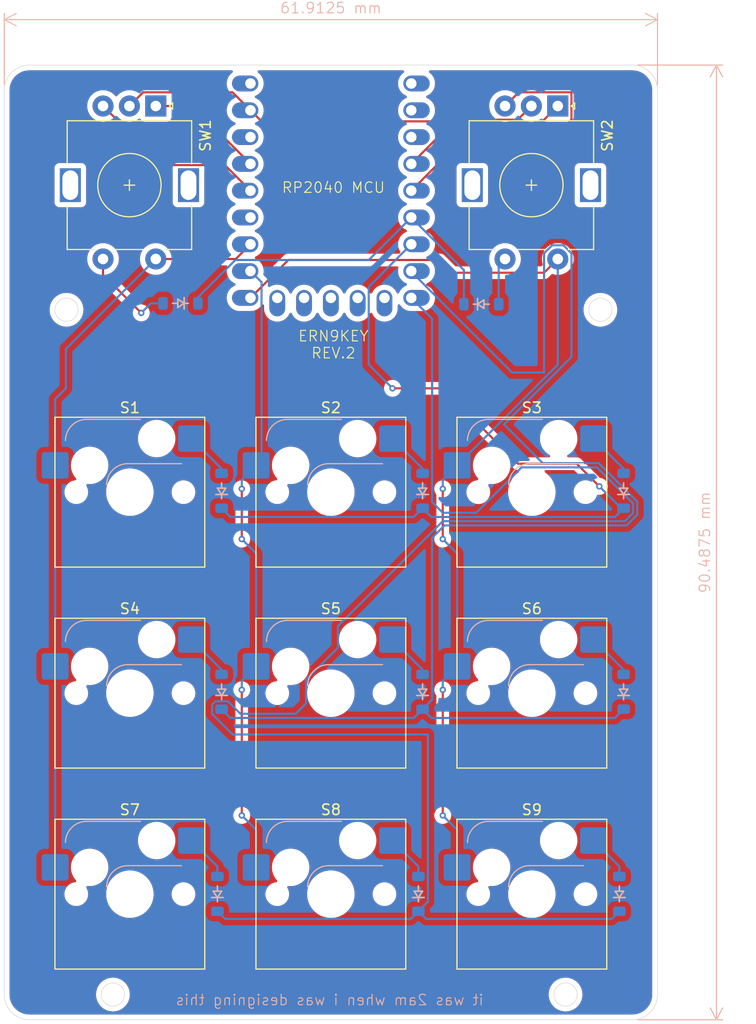
<source format=kicad_pcb>
(kicad_pcb (version 20240108) (generator "pcbnew") (generator_version "8.0")
  (layers (0 "F.Cu" signal) (31 "B.Cu" signal) (34 "B.Paste" user) (35 "F.Paste" user) (36 "B.SilkS" user "B.Silkscreen") (37 "F.SilkS" user "F.Silkscreen") (38 "B.Mask" user) (39 "F.Mask" user) (44 "Edge.Cuts" user))
  (net 0 "")
  (net 1 "ROW1")
  (net 2 "Net-(D1-A)")
  (net 3 "Net-(D2-A)")
  (net 4 "Net-(D3-A)")
  (net 5 "ROW2")
  (net 6 "Net-(D4-A)")
  (net 7 "Net-(D5-A)")
  (net 8 "Net-(D6-A)")
  (net 9 "ROW3")
  (net 10 "Net-(D7-A)")
  (net 11 "Net-(D8-A)")
  (net 12 "Net-(D9-A)")
  (net 13 "ROW0")
  (net 14 "Net-(D10-A)")
  (net 15 "Net-(D11-A)")
  (net 16 "COL0")
  (net 17 "COL1")
  (net 18 "COL2")
  (net 19 "GND")
  (net 20 "1A")
  (net 21 "1B")
  (net 22 "2B")
  (net 23 "2A")
  (footprint "ScottoKeebs_Hotswap:Hotswap_MX_1.00u" (layer "F.Cu") (at 151.16175 105.41)
    (property "Reference" "S5" (at 0 -8 0) (layer "F.SilkS"))
    (property "Value" "Keyswitch")
    (pad "" np_thru_hole circle (at -5.08 0) (size 1.75 1.75) (drill 1.75) (layers "*.Cu" "*.Mask"))
    (pad "" np_thru_hole circle (at -3.81 -2.54) (size 3.05 3.05) (drill 3.05) (layers "*.Cu" "*.Mask"))
    (pad "" np_thru_hole circle (at 0 0) (size 4 4) (drill 4) (layers "*.Cu" "*.Mask"))
    (pad "" np_thru_hole circle (at 2.54 -5.08) (size 3.05 3.05) (drill 3.05) (layers "*.Cu" "*.Mask"))
    (pad "" np_thru_hole circle (at 5.08 0) (size 1.75 1.75) (drill 1.75) (layers "*.Cu" "*.Mask"))
    (pad "1" smd roundrect (at -7.085 -2.54) (size 2.55 2.5) (layers "B.Cu" "B.Paste" "B.Mask") (roundrect_rratio 0.1) (net 17 "COL1"))
    (pad "2" smd roundrect (at 5.842 -5.08) (size 2.55 2.5) (layers "B.Cu" "B.Paste" "B.Mask") (roundrect_rratio 0.1) (net 7 "Net-(D5-A)"))
  )
  (footprint "ScottoKeebs_Hotswap:Hotswap_MX_1.00u" (layer "F.Cu") (at 151.16175 124.46)
    (property "Reference" "S8" (at 0 -8 0) (layer "F.SilkS"))
    (property "Value" "Keyswitch")
    (pad "" np_thru_hole circle (at -5.08 0) (size 1.75 1.75) (drill 1.75) (layers "*.Cu" "*.Mask"))
    (pad "" np_thru_hole circle (at -3.81 -2.54) (size 3.05 3.05) (drill 3.05) (layers "*.Cu" "*.Mask"))
    (pad "" np_thru_hole circle (at 0 0) (size 4 4) (drill 4) (layers "*.Cu" "*.Mask"))
    (pad "" np_thru_hole circle (at 2.54 -5.08) (size 3.05 3.05) (drill 3.05) (layers "*.Cu" "*.Mask"))
    (pad "" np_thru_hole circle (at 5.08 0) (size 1.75 1.75) (drill 1.75) (layers "*.Cu" "*.Mask"))
    (pad "1" smd roundrect (at -7.085 -2.54) (size 2.55 2.5) (layers "B.Cu" "B.Paste" "B.Mask") (roundrect_rratio 0.1) (net 17 "COL1"))
    (pad "2" smd roundrect (at 5.842 -5.08) (size 2.55 2.5) (layers "B.Cu" "B.Paste" "B.Mask") (roundrect_rratio 0.1) (net 11 "Net-(D8-A)"))
  )
  (footprint "ScottoKeebs_Hotswap:Hotswap_MX_1.00u" (layer "F.Cu") (at 132.11175 86.36)
    (property "Reference" "S1" (at 0 -8 0) (layer "F.SilkS"))
    (property "Value" "Keyswitch")
    (pad "" np_thru_hole circle (at -5.08 0) (size 1.75 1.75) (drill 1.75) (layers "*.Cu" "*.Mask"))
    (pad "" np_thru_hole circle (at -3.81 -2.54) (size 3.05 3.05) (drill 3.05) (layers "*.Cu" "*.Mask"))
    (pad "" np_thru_hole circle (at 0 0) (size 4 4) (drill 4) (layers "*.Cu" "*.Mask"))
    (pad "" np_thru_hole circle (at 2.54 -5.08) (size 3.05 3.05) (drill 3.05) (layers "*.Cu" "*.Mask"))
    (pad "" np_thru_hole circle (at 5.08 0) (size 1.75 1.75) (drill 1.75) (layers "*.Cu" "*.Mask"))
    (pad "1" smd roundrect (at -7.085 -2.54) (size 2.55 2.5) (layers "B.Cu" "B.Paste" "B.Mask") (roundrect_rratio 0.1) (net 16 "COL0"))
    (pad "2" smd roundrect (at 5.842 -5.08) (size 2.55 2.5) (layers "B.Cu" "B.Paste" "B.Mask") (roundrect_rratio 0.1) (net 2 "Net-(D1-A)"))
  )
  (footprint "ScottoKeebs_Hotswap:Hotswap_MX_1.00u" (layer "F.Cu") (at 170.21175 86.36)
    (property "Reference" "S3" (at 0 -8 0) (layer "F.SilkS"))
    (property "Value" "Keyswitch")
    (pad "" np_thru_hole circle (at -5.08 0) (size 1.75 1.75) (drill 1.75) (layers "*.Cu" "*.Mask"))
    (pad "" np_thru_hole circle (at -3.81 -2.54) (size 3.05 3.05) (drill 3.05) (layers "*.Cu" "*.Mask"))
    (pad "" np_thru_hole circle (at 0 0) (size 4 4) (drill 4) (layers "*.Cu" "*.Mask"))
    (pad "" np_thru_hole circle (at 2.54 -5.08) (size 3.05 3.05) (drill 3.05) (layers "*.Cu" "*.Mask"))
    (pad "" np_thru_hole circle (at 5.08 0) (size 1.75 1.75) (drill 1.75) (layers "*.Cu" "*.Mask"))
    (pad "1" smd roundrect (at -7.085 -2.54) (size 2.55 2.5) (layers "B.Cu" "B.Paste" "B.Mask") (roundrect_rratio 0.1) (net 18 "COL2"))
    (pad "2" smd roundrect (at 5.842 -5.08) (size 2.55 2.5) (layers "B.Cu" "B.Paste" "B.Mask") (roundrect_rratio 0.1) (net 4 "Net-(D3-A)"))
  )
  (footprint "ScottoKeebs_Hotswap:Hotswap_MX_1.00u" (layer "F.Cu") (at 132.11175 105.41)
    (property "Reference" "S4" (at 0 -8 0) (layer "F.SilkS"))
    (property "Value" "Keyswitch")
    (pad "" np_thru_hole circle (at -5.08 0) (size 1.75 1.75) (drill 1.75) (layers "*.Cu" "*.Mask"))
    (pad "" np_thru_hole circle (at -3.81 -2.54) (size 3.05 3.05) (drill 3.05) (layers "*.Cu" "*.Mask"))
    (pad "" np_thru_hole circle (at 0 0) (size 4 4) (drill 4) (layers "*.Cu" "*.Mask"))
    (pad "" np_thru_hole circle (at 2.54 -5.08) (size 3.05 3.05) (drill 3.05) (layers "*.Cu" "*.Mask"))
    (pad "" np_thru_hole circle (at 5.08 0) (size 1.75 1.75) (drill 1.75) (layers "*.Cu" "*.Mask"))
    (pad "1" smd roundrect (at -7.085 -2.54) (size 2.55 2.5) (layers "B.Cu" "B.Paste" "B.Mask") (roundrect_rratio 0.1) (net 16 "COL0"))
    (pad "2" smd roundrect (at 5.842 -5.08) (size 2.55 2.5) (layers "B.Cu" "B.Paste" "B.Mask") (roundrect_rratio 0.1) (net 6 "Net-(D4-A)"))
  )
  (footprint "Rotary_Encoder:RotaryEncoder_Alps_EC11E-Switch_Vertical_H20mm" (layer "F.Cu") (at 134.568 49.76 -90)
    (property "Reference" "SW1" (at 2.8 -4.7 90) (layer "F.SilkS"))
    (property "Value" "RotaryEncoder_Switch" (hide yes))
    (pad "A" thru_hole rect (at 0 0 270) (size 2 2) (drill 1) (layers "*.Cu" "*.Mask") (net 20 "1A"))
    (pad "B" thru_hole circle (at 0 5 270) (size 2 2) (drill 1) (layers "*.Cu" "*.Mask") (net 21 "1B"))
    (pad "C" thru_hole circle (at 0 2.5 270) (size 2 2) (drill 1) (layers "*.Cu" "*.Mask") (net 19 "GND"))
    (pad "MP" thru_hole rect (at 7.5 -3.1 270) (size 3.2 2) (drill oval 2.8 1.5) (layers "*.Cu" "*.Mask"))
    (pad "MP" thru_hole rect (at 7.5 8.1 270) (size 3.2 2) (drill oval 2.8 1.5) (layers "*.Cu" "*.Mask"))
    (pad "S1" thru_hole circle (at 14.5 5 270) (size 2 2) (drill 1) (layers "*.Cu" "*.Mask") (net 15 "Net-(D11-A)"))
    (pad "S2" thru_hole circle (at 14.5 0 270) (size 2 2) (drill 1) (layers "*.Cu" "*.Mask") (net 16 "COL0"))
  )
  (footprint "ScottoKeebs_MCU:RP2040_Zero" (layer "F.Cu") (at 151.16175 57.785)
    (property "Reference" "U1" (hide yes))
    (property "Value" "RP2040_Zero" (hide yes))
    (pad "1" thru_hole oval (at 7.62 -10.16 180) (size 2.5 1.5) (drill 1 (offset -0.5 0)) (layers "*.Cu" "*.Mask"))
    (pad "2" thru_hole oval (at 7.62 -7.62 180) (size 2.5 1.5) (drill 1 (offset -0.5 0)) (layers "*.Cu" "*.Mask"))
    (pad "3" thru_hole oval (at 7.62 -5.08 180) (size 2.5 1.5) (drill 1 (offset -0.5 0)) (layers "*.Cu" "*.Mask"))
    (pad "4" thru_hole oval (at 7.62 -2.54 180) (size 2.5 1.5) (drill 1 (offset -0.5 0)) (layers "*.Cu" "*.Mask") (net 23 "2A"))
    (pad "5" thru_hole oval (at 7.62 0 180) (size 2.5 1.5) (drill 1 (offset -0.5 0)) (layers "*.Cu" "*.Mask") (net 22 "2B"))
    (pad "6" thru_hole oval (at 7.62 2.54 180) (size 2.5 1.5) (drill 1 (offset -0.5 0)) (layers "*.Cu" "*.Mask") (net 13 "ROW0"))
    (pad "7" thru_hole oval (at 7.62 5.08 180) (size 2.5 1.5) (drill 1 (offset -0.5 0)) (layers "*.Cu" "*.Mask") (net 1 "ROW1"))
    (pad "8" thru_hole oval (at 7.62 7.62 180) (size 2.5 1.5) (drill 1 (offset -0.5 0)) (layers "*.Cu" "*.Mask") (net 5 "ROW2"))
    (pad "9" thru_hole oval (at 7.62 10.16 180) (size 2.5 1.5) (drill 1 (offset -0.5 0)) (layers "*.Cu" "*.Mask") (net 9 "ROW3"))
    (pad "10" thru_hole oval (at 5.08 10.16 90) (size 2.5 1.5) (drill 1 (offset -0.5 0)) (layers "*.Cu" "*.Mask"))
    (pad "11" thru_hole oval (at 2.54 10.16 90) (size 2.5 1.5) (drill 1 (offset -0.5 0)) (layers "*.Cu" "*.Mask"))
    (pad "12" thru_hole oval (at 0 10.16 90) (size 2.5 1.5) (drill 1 (offset -0.5 0)) (layers "*.Cu" "*.Mask"))
    (pad "13" thru_hole oval (at -2.54 10.16 90) (size 2.5 1.5) (drill 1 (offset -0.5 0)) (layers "*.Cu" "*.Mask"))
    (pad "14" thru_hole oval (at -5.08 10.16 90) (size 2.5 1.5) (drill 1 (offset -0.5 0)) (layers "*.Cu" "*.Mask"))
    (pad "15" thru_hole oval (at -7.62 10.16) (size 2.5 1.5) (drill 1 (offset -0.5 0)) (layers "*.Cu" "*.Mask") (net 18 "COL2"))
    (pad "16" thru_hole oval (at -7.62 7.62) (size 2.5 1.5) (drill 1 (offset -0.5 0)) (layers "*.Cu" "*.Mask") (net 17 "COL1"))
    (pad "17" thru_hole oval (at -7.62 5.08) (size 2.5 1.5) (drill 1 (offset -0.5 0)) (layers "*.Cu" "*.Mask") (net 16 "COL0"))
    (pad "18" thru_hole oval (at -7.62 2.54) (size 2.5 1.5) (drill 1 (offset -0.5 0)) (layers "*.Cu" "*.Mask"))
    (pad "19" thru_hole oval (at -7.62 0) (size 2.5 1.5) (drill 1 (offset -0.5 0)) (layers "*.Cu" "*.Mask") (net 21 "1B"))
    (pad "20" thru_hole oval (at -7.62 -2.54) (size 2.5 1.5) (drill 1 (offset -0.5 0)) (layers "*.Cu" "*.Mask") (net 20 "1A"))
    (pad "21" thru_hole oval (at -7.62 -5.08) (size 2.5 1.5) (drill 1 (offset -0.5 0)) (layers "*.Cu" "*.Mask"))
    (pad "22" thru_hole oval (at -7.62 -7.62) (size 2.5 1.5) (drill 1 (offset -0.5 0)) (layers "*.Cu" "*.Mask") (net 19 "GND"))
    (pad "23" thru_hole oval (at -7.62 -10.16) (size 2.5 1.5) (drill 1 (offset -0.5 0)) (layers "*.Cu" "*.Mask"))
  )
  (footprint "Rotary_Encoder:RotaryEncoder_Alps_EC11E-Switch_Vertical_H20mm" (layer "F.Cu") (at 172.668 49.76 -90)
    (property "Reference" "SW2" (at 2.8 -4.7 90) (layer "F.SilkS"))
    (property "Value" "RotaryEncoder_Switch" (hide yes))
    (pad "A" thru_hole rect (at 0 0 270) (size 2 2) (drill 1) (layers "*.Cu" "*.Mask") (net 23 "2A"))
    (pad "B" thru_hole circle (at 0 5 270) (size 2 2) (drill 1) (layers "*.Cu" "*.Mask") (net 22 "2B"))
    (pad "C" thru_hole circle (at 0 2.5 270) (size 2 2) (drill 1) (layers "*.Cu" "*.Mask") (net 19 "GND"))
    (pad "MP" thru_hole rect (at 7.5 -3.1 270) (size 3.2 2) (drill oval 2.8 1.5) (layers "*.Cu" "*.Mask"))
    (pad "MP" thru_hole rect (at 7.5 8.1 270) (size 3.2 2) (drill oval 2.8 1.5) (layers "*.Cu" "*.Mask"))
    (pad "S1" thru_hole circle (at 14.5 5 270) (size 2 2) (drill 1) (layers "*.Cu" "*.Mask") (net 14 "Net-(D10-A)"))
    (pad "S2" thru_hole circle (at 14.5 0 270) (size 2 2) (drill 1) (layers "*.Cu" "*.Mask") (net 18 "COL2"))
  )
  (footprint "ScottoKeebs_Hotswap:Hotswap_MX_1.00u" (layer "F.Cu") (at 170.21175 105.41)
    (property "Reference" "S6" (at 0 -8 0) (layer "F.SilkS"))
    (property "Value" "Keyswitch")
    (pad "" np_thru_hole circle (at -5.08 0) (size 1.75 1.75) (drill 1.75) (layers "*.Cu" "*.Mask"))
    (pad "" np_thru_hole circle (at -3.81 -2.54) (size 3.05 3.05) (drill 3.05) (layers "*.Cu" "*.Mask"))
    (pad "" np_thru_hole circle (at 0 0) (size 4 4) (drill 4) (layers "*.Cu" "*.Mask"))
    (pad "" np_thru_hole circle (at 2.54 -5.08) (size 3.05 3.05) (drill 3.05) (layers "*.Cu" "*.Mask"))
    (pad "" np_thru_hole circle (at 5.08 0) (size 1.75 1.75) (drill 1.75) (layers "*.Cu" "*.Mask"))
    (pad "1" smd roundrect (at -7.085 -2.54) (size 2.55 2.5) (layers "B.Cu" "B.Paste" "B.Mask") (roundrect_rratio 0.1) (net 18 "COL2"))
    (pad "2" smd roundrect (at 5.842 -5.08) (size 2.55 2.5) (layers "B.Cu" "B.Paste" "B.Mask") (roundrect_rratio 0.1) (net 8 "Net-(D6-A)"))
  )
  (footprint "ScottoKeebs_Hotswap:Hotswap_MX_1.00u" (layer "F.Cu") (at 132.11175 124.46)
    (property "Reference" "S7" (at 0 -8 0) (layer "F.SilkS"))
    (property "Value" "Keyswitch")
    (pad "" np_thru_hole circle (at -5.08 0) (size 1.75 1.75) (drill 1.75) (layers "*.Cu" "*.Mask"))
    (pad "" np_thru_hole circle (at -3.81 -2.54) (size 3.05 3.05) (drill 3.05) (layers "*.Cu" "*.Mask"))
    (pad "" np_thru_hole circle (at 0 0) (size 4 4) (drill 4) (layers "*.Cu" "*.Mask"))
    (pad "" np_thru_hole circle (at 2.54 -5.08) (size 3.05 3.05) (drill 3.05) (layers "*.Cu" "*.Mask"))
    (pad "" np_thru_hole circle (at 5.08 0) (size 1.75 1.75) (drill 1.75) (layers "*.Cu" "*.Mask"))
    (pad "1" smd roundrect (at -7.085 -2.54) (size 2.55 2.5) (layers "B.Cu" "B.Paste" "B.Mask") (roundrect_rratio 0.1) (net 16 "COL0"))
    (pad "2" smd roundrect (at 5.842 -5.08) (size 2.55 2.5) (layers "B.Cu" "B.Paste" "B.Mask") (roundrect_rratio 0.1) (net 10 "Net-(D7-A)"))
  )
  (footprint "ScottoKeebs_Hotswap:Hotswap_MX_1.00u" (layer "F.Cu") (at 151.16175 86.36)
    (property "Reference" "S2" (at 0 -8 0) (layer "F.SilkS"))
    (property "Value" "Keyswitch")
    (pad "" np_thru_hole circle (at -5.08 0) (size 1.75 1.75) (drill 1.75) (layers "*.Cu" "*.Mask"))
    (pad "" np_thru_hole circle (at -3.81 -2.54) (size 3.05 3.05) (drill 3.05) (layers "*.Cu" "*.Mask"))
    (pad "" np_thru_hole circle (at 0 0) (size 4 4) (drill 4) (layers "*.Cu" "*.Mask"))
    (pad "" np_thru_hole circle (at 2.54 -5.08) (size 3.05 3.05) (drill 3.05) (layers "*.Cu" "*.Mask"))
    (pad "" np_thru_hole circle (at 5.08 0) (size 1.75 1.75) (drill 1.75) (layers "*.Cu" "*.Mask"))
    (pad "1" smd roundrect (at -7.085 -2.54) (size 2.55 2.5) (layers "B.Cu" "B.Paste" "B.Mask") (roundrect_rratio 0.1) (net 17 "COL1"))
    (pad "2" smd roundrect (at 5.842 -5.08) (size 2.55 2.5) (layers "B.Cu" "B.Paste" "B.Mask") (roundrect_rratio 0.1) (net 3 "Net-(D2-A)"))
  )
  (footprint "ScottoKeebs_Hotswap:Hotswap_MX_1.00u" (layer "F.Cu") (at 170.21175 124.46)
    (property "Reference" "S9" (at 0 -8 0) (layer "F.SilkS"))
    (property "Value" "Keyswitch")
    (pad "" np_thru_hole circle (at -5.08 0) (size 1.75 1.75) (drill 1.75) (layers "*.Cu" "*.Mask"))
    (pad "" np_thru_hole circle (at -3.81 -2.54) (size 3.05 3.05) (drill 3.05) (layers "*.Cu" "*.Mask"))
    (pad "" np_thru_hole circle (at 0 0) (size 4 4) (drill 4) (layers "*.Cu" "*.Mask"))
    (pad "" np_thru_hole circle (at 2.54 -5.08) (size 3.05 3.05) (drill 3.05) (layers "*.Cu" "*.Mask"))
    (pad "" np_thru_hole circle (at 5.08 0) (size 1.75 1.75) (drill 1.75) (layers "*.Cu" "*.Mask"))
    (pad "1" smd roundrect (at -7.085 -2.54) (size 2.55 2.5) (layers "B.Cu" "B.Paste" "B.Mask") (roundrect_rratio 0.1) (net 18 "COL2"))
    (pad "2" smd roundrect (at 5.842 -5.08) (size 2.55 2.5) (layers "B.Cu" "B.Paste" "B.Mask") (roundrect_rratio 0.1) (net 12 "Net-(D9-A)"))
  )
  (footprint "ScottoKeebs_Components:Diode_SOD-123" (layer "B.Cu") (at 159.8555 105.27875 90)
    (property "Reference" "D5" (hide yes))
    (property "Value" "Diode")
    (pad "1" smd roundrect (at -1.65 0 90) (size 0.9 1.2) (layers "B.Cu" "B.Paste" "B.Mask") (net 5 "ROW2"))
    (pad "2" smd roundrect (at 1.65 0 90) (size 0.9 1.2) (layers "B.Cu" "B.Paste" "B.Mask") (net 7 "Net-(D5-A)"))
  )
  (footprint "ScottoKeebs_Components:Diode_SOD-123" (layer "B.Cu") (at 140.8055 105.27875 90)
    (property "Reference" "D4" (hide yes))
    (property "Value" "Diode")
    (pad "1" smd roundrect (at -1.65 0 90) (size 0.9 1.2) (layers "B.Cu" "B.Paste" "B.Mask") (net 5 "ROW2"))
    (pad "2" smd roundrect (at 1.65 0 90) (size 0.9 1.2) (layers "B.Cu" "B.Paste" "B.Mask") (net 6 "Net-(D4-A)"))
  )
  (footprint "ScottoKeebs_Components:Diode_SOD-123" (layer "B.Cu") (at 136.9055 68.46 180)
    (property "Reference" "D11" (hide yes))
    (property "Value" "Diode")
    (pad "1" smd roundrect (at -1.65 0 180) (size 0.9 1.2) (layers "B.Cu" "B.Paste" "B.Mask") (net 13 "ROW0"))
    (pad "2" smd roundrect (at 1.65 0 180) (size 0.9 1.2) (layers "B.Cu" "B.Paste" "B.Mask") (net 15 "Net-(D11-A)"))
  )
  (footprint "ScottoKeebs_Components:Diode_SOD-123" (layer "B.Cu") (at 159.8555 86.22875 90)
    (property "Reference" "D2" (hide yes))
    (property "Value" "Diode")
    (pad "1" smd roundrect (at -1.65 0 90) (size 0.9 1.2) (layers "B.Cu" "B.Paste" "B.Mask") (net 1 "ROW1"))
    (pad "2" smd roundrect (at 1.65 0 90) (size 0.9 1.2) (layers "B.Cu" "B.Paste" "B.Mask") (net 3 "Net-(D2-A)"))
  )
  (footprint "ScottoKeebs_Components:Diode_SOD-123" (layer "B.Cu") (at 140.4055 124.42875 90)
    (property "Reference" "D7" (hide yes))
    (property "Value" "Diode")
    (pad "1" smd roundrect (at -1.65 0 90) (size 0.9 1.2) (layers "B.Cu" "B.Paste" "B.Mask") (net 9 "ROW3"))
    (pad "2" smd roundrect (at 1.65 0 90) (size 0.9 1.2) (layers "B.Cu" "B.Paste" "B.Mask") (net 10 "Net-(D7-A)"))
  )
  (footprint "ScottoKeebs_Components:Diode_SOD-123" (layer "B.Cu") (at 178.9055 86.22875 90)
    (property "Reference" "D3" (hide yes))
    (property "Value" "Diode")
    (pad "1" smd roundrect (at -1.65 0 90) (size 0.9 1.2) (layers "B.Cu" "B.Paste" "B.Mask") (net 1 "ROW1"))
    (pad "2" smd roundrect (at 1.65 0 90) (size 0.9 1.2) (layers "B.Cu" "B.Paste" "B.Mask") (net 4 "Net-(D3-A)"))
  )
  (footprint "ScottoKeebs_Components:Diode_SOD-123" (layer "B.Cu") (at 178.5055 124.42875 90)
    (property "Reference" "D9" (hide yes))
    (property "Value" "Diode")
    (pad "1" smd roundrect (at -1.65 0 90) (size 0.9 1.2) (layers "B.Cu" "B.Paste" "B.Mask") (net 9 "ROW3"))
    (pad "2" smd roundrect (at 1.65 0 90) (size 0.9 1.2) (layers "B.Cu" "B.Paste" "B.Mask") (net 12 "Net-(D9-A)"))
  )
  (footprint "ScottoKeebs_Components:Diode_SOD-123" (layer "B.Cu") (at 178.9055 105.27875 90)
    (property "Reference" "D6" (hide yes))
    (property "Value" "Diode")
    (pad "1" smd roundrect (at -1.65 0 90) (size 0.9 1.2) (layers "B.Cu" "B.Paste" "B.Mask") (net 5 "ROW2"))
    (pad "2" smd roundrect (at 1.65 0 90) (size 0.9 1.2) (layers "B.Cu" "B.Paste" "B.Mask") (net 8 "Net-(D6-A)"))
  )
  (footprint "ScottoKeebs_Components:Diode_SOD-123" (layer "B.Cu") (at 140.8055 86.22875 90)
    (property "Reference" "D1" (hide yes))
    (property "Value" "Diode")
    (pad "1" smd roundrect (at -1.65 0 90) (size 0.9 1.2) (layers "B.Cu" "B.Paste" "B.Mask") (net 1 "ROW1"))
    (pad "2" smd roundrect (at 1.65 0 90) (size 0.9 1.2) (layers "B.Cu" "B.Paste" "B.Mask") (net 2 "Net-(D1-A)"))
  )
  (footprint "ScottoKeebs_Components:Diode_SOD-123" (layer "B.Cu") (at 159.4555 124.42875 90)
    (property "Reference" "D8" (hide yes))
    (property "Value" "Diode")
    (pad "1" smd roundrect (at -1.65 0 90) (size 0.9 1.2) (layers "B.Cu" "B.Paste" "B.Mask") (net 9 "ROW3"))
    (pad "2" smd roundrect (at 1.65 0 90) (size 0.9 1.2) (layers "B.Cu" "B.Paste" "B.Mask") (net 11 "Net-(D8-A)"))
  )
  (footprint "ScottoKeebs_Components:Diode_SOD-123" (layer "B.Cu") (at 165.418 68.54125)
    (property "Reference" "D10" (hide yes))
    (property "Value" "Diode")
    (pad "1" smd roundrect (at -1.65 0) (size 0.9 1.2) (layers "B.Cu" "B.Paste" "B.Mask") (net 13 "ROW0"))
    (pad "2" smd roundrect (at 1.65 0) (size 0.9 1.2) (layers "B.Cu" "B.Paste" "B.Mask") (net 14 "Net-(D10-A)"))
  )
  (gr_circle (center 126.1055 69.0725) (end 127.2055 69.0725) (stroke (width 0.05)) (fill none) (layer "Edge.Cuts"))
  (gr_line (start 179.73675 45.87875) (end 122.58675 45.87875) (stroke (width 0.05)) (layer "Edge.Cuts"))
  (gr_arc (start 179.73675 45.87875) (mid 181.420548 46.576202) (end 182.118 48.26) (stroke (width 0.05)) (layer "Edge.Cuts"))
  (gr_circle (center 130.5055 133.9725) (end 131.6055 133.9725) (stroke (width 0.05)) (fill none) (layer "Edge.Cuts"))
  (gr_circle (center 173.4055 133.9725) (end 174.5055 133.9725) (stroke (width 0.05)) (fill none) (layer "Edge.Cuts"))
  (gr_arc (start 122.58675 136.36625) (mid 120.902952 135.668798) (end 120.2055 133.985) (stroke (width 0.05)) (layer "Edge.Cuts"))
  (gr_arc (start 120.2055 48.26) (mid 120.902952 46.576202) (end 122.58675 45.87875) (stroke (width 0.05)) (layer "Edge.Cuts"))
  (gr_circle (center 176.7055 69.0725) (end 177.8055 69.0725) (stroke (width 0.05)) (fill none) (layer "Edge.Cuts"))
  (gr_line (start 120.2055 48.26) (end 120.2055 133.985) (stroke (width 0.05)) (layer "Edge.Cuts"))
  (gr_line (start 182.118 133.985) (end 182.118 48.26) (stroke (width 0.05)) (layer "Edge.Cuts"))
  (gr_arc (start 182.118 133.985) (mid 181.420548 135.668798) (end 179.73675 136.36625) (stroke (width 0.05)) (layer "Edge.Cuts"))
  (gr_line (start 122.58675 136.36625) (end 179.73675 136.36625) (stroke (width 0.05)) (layer "Edge.Cuts"))
  (gr_text "it was 2am when i was designing this" (at 165.7055 135.0725 0) (layer "B.SilkS") (effects (font (size 1 1) (thickness 0.1)) (justify left bottom mirror)))
  (gr_text "RP2040 MCU" (at 151.4055 58.0725 0) (layer "F.SilkS") (effects (font (size 1 1) (thickness 0.1)) (justify bottom)))
  (gr_text "ERN9KEY\nREV.2" (at 151.4055 72.3725 0) (layer "F.SilkS") (effects (font (size 1 1) (thickness 0.1))))
  (dimension (type aligned) (layer "B.SilkS") (pts (xy 179.73675 136.36625) (xy 179.73675 45.87875)) (height 7.96875) (gr_text "90.4875 mm" (at 186.6055 91.1225 90) (layer "B.SilkS") (effects (font (size 1 1) (thickness 0.1)))) (format (prefix "") (suffix "") (units 3) (units_format 1) (precision 4)) (style (thickness 0.1) (arrow_length 1.27) (text_position_mode 0) (extension_height 0.58642) (extension_offset 0.5) keep_text_aligned))
  (dimension (type aligned) (layer "B.SilkS") (pts (xy 120.2055 48.26) (xy 182.118 48.26)) (height -6.6875) (gr_text "61.9125 mm" (at 151.16175 40.4725 0) (layer "B.SilkS") (effects (font (size 1 1) (thickness 0.1)))) (format (prefix "") (suffix "") (units 3) (units_format 1) (precision 4)) (style (thickness 0.1) (arrow_length 1.27) (text_position_mode 0) (extension_height 0.58642) (extension_offset 0.5) keep_text_aligned))
  (segment (start 168.89465 83.66125) (end 174.456462 83.66125) (width 0.2) (layer "F.Cu") (net 1))
  (segment (start 174.456462 83.66125) (end 176.607135 85.811923) (width 0.2) (layer "F.Cu") (net 1))
  (segment (start 161.7509 76.5175) (end 168.89465 83.66125) (width 0.2) (layer "F.Cu") (net 1))
  (segment (start 157.00375 76.5175) (end 161.7509 76.5175) (width 0.2) (layer "F.Cu") (net 1))
  (via (at 157.00375 76.5175) (size 0.6) (drill 0.3) (layers "F.Cu" "B.Cu") (net 1))
  (via (at 176.607135 85.811923) (size 0.6) (drill 0.3) (layers "F.Cu" "B.Cu") (net 1))
  (segment (start 158.78175 62.865) (end 154.75175 66.895) (width 0.2) (layer "B.Cu") (net 1))
  (segment (start 160.68675 88.71) (end 178.07425 88.71) (width 0.2) (layer "B.Cu") (net 1))
  (segment (start 178.07425 88.71) (end 178.9055 87.87875) (width 0.2) (layer "B.Cu") (net 1))
  (segment (start 140.8055 87.87875) (end 141.63675 88.71) (width 0.2) (layer "B.Cu") (net 1))
  (segment (start 159.8555 87.87875) (end 160.68675 88.71) (width 0.2) (layer "B.Cu") (net 1))
  (segment (start 178.673962 87.87875) (end 178.9055 87.87875) (width 0.2) (layer "B.Cu") (net 1))
  (segment (start 176.607135 85.811923) (end 178.673962 87.87875) (width 0.2) (layer "B.Cu") (net 1))
  (segment (start 154.75175 66.895) (end 154.75175 74.2655) (width 0.2) (layer "B.Cu") (net 1))
  (segment (start 159.02425 88.71) (end 159.8555 87.87875) (width 0.2) (layer "B.Cu") (net 1))
  (segment (start 154.75175 74.2655) (end 157.00375 76.5175) (width 0.2) (layer "B.Cu") (net 1))
  (segment (start 141.63675 88.71) (end 159.02425 88.71) (width 0.2) (layer "B.Cu") (net 1))
  (segment (start 140.8055 84.13175) (end 140.8055 84.57875) (width 0.2) (layer "B.Cu") (net 2))
  (segment (start 137.95375 81.28) (end 140.8055 84.13175) (width 0.2) (layer "B.Cu") (net 2))
  (segment (start 159.8555 84.13175) (end 159.8555 84.57875) (width 0.2) (layer "B.Cu") (net 3))
  (segment (start 157.00375 81.28) (end 159.8555 84.13175) (width 0.2) (layer "B.Cu") (net 3))
  (segment (start 178.9055 84.13175) (end 178.9055 84.57875) (width 0.2) (layer "B.Cu") (net 4))
  (segment (start 176.05375 81.28) (end 178.9055 84.13175) (width 0.2) (layer "B.Cu") (net 4))
  (segment (start 161.931936 89.51) (end 179.188632 89.51) (width 0.2) (layer "B.Cu") (net 5))
  (segment (start 160.7555 106.02875) (end 160.7555 90.686436) (width 0.2) (layer "B.Cu") (net 5))
  (segment (start 159.34775 107.4365) (end 159.8555 106.92875) (width 0.2) (layer "B.Cu") (net 5))
  (segment (start 167.571218 79.941218) (end 173.968 73.544436) (width 0.2) (layer "B.Cu") (net 5))
  (segment (start 141.63675 107.76) (end 159.02425 107.76) (width 0.2) (layer "B.Cu") (net 5))
  (segment (start 176.551131 83.61) (end 171.24 83.61) (width 0.2) (layer "B.Cu") (net 5))
  (segment (start 179.188632 89.51) (end 180.2055 88.493131) (width 0.2) (layer "B.Cu") (net 5))
  (segment (start 173.968 63.721522) (end 173.206478 62.96) (width 0.2) (layer "B.Cu") (net 5))
  (segment (start 159.8555 106.92875) (end 160.68675 107.76) (width 0.2) (layer "B.Cu") (net 5))
  (segment (start 158.726674 65.405) (end 158.78175 65.405) (width 0.2) (layer "B.Cu") (net 5))
  (segment (start 172.129522 62.96) (end 171.368 63.721522) (width 0.2) (layer "B.Cu") (net 5))
  (segment (start 168.334738 75.013064) (end 158.726674 65.405) (width 0.2) (layer "B.Cu") (net 5))
  (segment (start 160.7555 90.686436) (end 161.931936 89.51) (width 0.2) (layer "B.Cu") (net 5))
  (segment (start 180.2055 87.264368) (end 176.551131 83.61) (width 0.2) (layer "B.Cu") (net 5))
  (segment (start 178.07425 107.76) (end 178.9055 106.92875) (width 0.2) (layer "B.Cu") (net 5))
  (segment (start 171.24 83.61) (end 167.571218 79.941218) (width 0.2) (layer "B.Cu") (net 5))
  (segment (start 171.368 63.721522) (end 171.368 75.013064) (width 0.2) (layer "B.Cu") (net 5))
  (segment (start 173.968 73.544436) (end 173.968 63.721522) (width 0.2) (layer "B.Cu") (net 5))
  (segment (start 159.34775 107.4365) (end 160.7555 106.02875) (width 0.2) (layer "B.Cu") (net 5))
  (segment (start 173.206478 62.96) (end 172.129522 62.96) (width 0.2) (layer "B.Cu") (net 5))
  (segment (start 159.02425 107.76) (end 159.34775 107.4365) (width 0.2) (layer "B.Cu") (net 5))
  (segment (start 160.68675 107.76) (end 178.07425 107.76) (width 0.2) (layer "B.Cu") (net 5))
  (segment (start 140.8055 106.92875) (end 141.63675 107.76) (width 0.2) (layer "B.Cu") (net 5))
  (segment (start 171.368 75.013064) (end 168.334738 75.013064) (width 0.2) (layer "B.Cu") (net 5))
  (segment (start 180.2055 88.493131) (end 180.2055 87.264368) (width 0.2) (layer "B.Cu") (net 5))
  (segment (start 137.95375 100.33) (end 140.8055 103.18175) (width 0.2) (layer "B.Cu") (net 6))
  (segment (start 140.8055 103.18175) (end 140.8055 103.62875) (width 0.2) (layer "B.Cu") (net 6))
  (segment (start 157.00375 100.33) (end 159.8555 103.18175) (width 0.2) (layer "B.Cu") (net 7))
  (segment (start 159.8555 103.18175) (end 159.8555 103.62875) (width 0.2) (layer "B.Cu") (net 7))
  (segment (start 176.05375 100.33) (end 178.9055 103.18175) (width 0.2) (layer "B.Cu") (net 8))
  (segment (start 178.9055 103.18175) (end 178.9055 103.62875) (width 0.2) (layer "B.Cu") (net 8))
  (segment (start 160.18675 126.81) (end 177.77425 126.81) (width 0.2) (layer "B.Cu") (net 9))
  (segment (start 160.3555 125.17875) (end 160.3555 109.325565) (width 0.2) (layer "B.Cu") (net 9))
  (segment (start 142.585446 107.36) (end 147.835152 107.36) (width 0.2) (layer "B.Cu") (net 9))
  (segment (start 159.4555 126.07875) (end 160.18675 126.81) (width 0.2) (layer "B.Cu") (net 9))
  (segment (start 151.82675 99.0495) (end 161.76625 89.11) (width 0.2) (layer "B.Cu") (net 9))
  (segment (start 141.13675 126.81) (end 158.72425 126.81) (width 0.2) (layer "B.Cu") (net 9))
  (segment (start 160.7555 69.91875) (end 158.78175 67.945) (width 0.2) (layer "B.Cu") (net 9))
  (segment (start 179.8055 87.430054) (end 176.385446 84.01) (width 0.2) (layer "B.Cu") (net 9))
  (segment (start 140.4055 126.07875) (end 141.13675 126.81) (width 0.2) (layer "B.Cu") (net 9))
  (segment (start 139.9055 106.480054) (end 140.206804 106.17875) (width 0.2) (layer "B.Cu") (net 9))
  (segment (start 147.835152 107.36) (end 148.81175 106.383402) (width 0.2) (layer "B.Cu") (net 9))
  (segment (start 139.9055 107.377446) (end 139.9055 106.480054) (width 0.2) (layer "B.Cu") (net 9))
  (segment (start 161.76625 88.31) (end 160.7555 87.29925) (width 0.2) (layer "B.Cu") (net 9))
  (segment (start 140.206804 106.17875) (end 141.404196 106.17875) (width 0.2) (layer "B.Cu") (net 9))
  (segment (start 148.81175 104.12165) (end 151.82675 101.10665) (width 0.2) (layer "B.Cu") (net 9))
  (segment (start 158.72425 126.81) (end 159.4555 126.07875) (width 0.2) (layer "B.Cu") (net 9))
  (segment (start 160.7555 87.29925) (end 160.7555 69.91875) (width 0.2) (layer "B.Cu") (net 9))
  (segment (start 177.77425 126.81) (end 178.5055 126.07875) (width 0.2) (layer "B.Cu") (net 9))
  (segment (start 164.938348 88.31) (end 161.76625 88.31) (width 0.2) (layer "B.Cu") (net 9))
  (segment (start 159.4555 126.07875) (end 160.3555 125.17875) (width 0.2) (layer "B.Cu") (net 9))
  (segment (start 161.76625 89.11) (end 179.022946 89.11) (width 0.2) (layer "B.Cu") (net 9))
  (segment (start 179.022946 89.11) (end 179.8055 88.327446) (width 0.2) (layer "B.Cu") (net 9))
  (segment (start 151.82675 101.10665) (end 151.82675 99.0495) (width 0.2) (layer "B.Cu") (net 9))
  (segment (start 176.385446 84.01) (end 169.238348 84.01) (width 0.2) (layer "B.Cu") (net 9))
  (segment (start 160.3555 109.325565) (end 141.853619 109.325565) (width 0.2) (layer "B.Cu") (net 9))
  (segment (start 141.853619 109.325565) (end 139.9055 107.377446) (width 0.2) (layer "B.Cu") (net 9))
  (segment (start 169.238348 84.01) (end 164.938348 88.31) (width 0.2) (layer "B.Cu") (net 9))
  (segment (start 141.404196 106.17875) (end 142.585446 107.36) (width 0.2) (layer "B.Cu") (net 9))
  (segment (start 148.81175 106.383402) (end 148.81175 104.12165) (width 0.2) (layer "B.Cu") (net 9))
  (segment (start 179.8055 88.327446) (end 179.8055 87.430054) (width 0.2) (layer "B.Cu") (net 9))
  (segment (start 140.4055 121.83175) (end 140.4055 122.77875) (width 0.2) (layer "B.Cu") (net 10))
  (segment (start 137.95375 119.38) (end 140.4055 121.83175) (width 0.2) (layer "B.Cu") (net 10))
  (segment (start 159.4555 121.83175) (end 159.4555 122.77875) (width 0.2) (layer "B.Cu") (net 11))
  (segment (start 157.00375 119.38) (end 159.4555 121.83175) (width 0.2) (layer "B.Cu") (net 11))
  (segment (start 176.05375 119.38) (end 178.5055 121.83175) (width 0.2) (layer "B.Cu") (net 12))
  (segment (start 178.5055 121.83175) (end 178.5055 122.77875) (width 0.2) (layer "B.Cu") (net 12))
  (segment (start 142.106826 64.355) (end 138.5555 67.906326) (width 0.2) (layer "B.Cu") (net 13))
  (segment (start 158.78175 60.325) (end 154.75175 64.355) (width 0.2) (layer "B.Cu") (net 13))
  (segment (start 163.768 68.54125) (end 163.768 65.31125) (width 0.2) (layer "B.Cu") (net 13))
  (segment (start 163.768 65.31125) (end 158.78175 60.325) (width 0.2) (layer "B.Cu") (net 13))
  (segment (start 154.75175 64.355) (end 142.106826 64.355) (width 0.2) (layer "B.Cu") (net 13))
  (segment (start 138.5555 67.906326) (end 138.5555 68.46) (width 0.2) (layer "B.Cu") (net 13))
  (segment (start 167.068 64.86) (end 167.668 64.26) (width 0.2) (layer "B.Cu") (net 14))
  (segment (start 167.068 68.54125) (end 167.068 64.86) (width 0.2) (layer "B.Cu") (net 14))
  (segment (start 129.568 65.7505) (end 133.19125 69.37375) (width 0.2) (layer "F.Cu") (net 15))
  (segment (start 129.568 64.26) (end 129.568 65.7505) (width 0.2) (layer "F.Cu") (net 15))
  (via (at 133.19125 69.37375) (size 0.6) (drill 0.3) (layers "F.Cu" "B.Cu") (net 15))
  (segment (start 134.105 68.46) (end 135.2555 68.46) (width 0.2) (layer "B.Cu") (net 15))
  (segment (start 133.19125 69.37375) (end 134.105 68.46) (width 0.2) (layer "B.Cu") (net 15))
  (segment (start 142.14675 64.26) (end 143.54175 62.865) (width 0.2) (layer "F.Cu") (net 16))
  (segment (start 134.568 64.26) (end 142.14675 64.26) (width 0.2) (layer "F.Cu") (net 16))
  (segment (start 126.0475 72.7805) (end 134.568 64.26) (width 0.2) (layer "B.Cu") (net 16))
  (segment (start 126.0475 76.5175) (end 126.0475 72.7805) (width 0.2) (layer "B.Cu") (net 16))
  (segment (start 125.02675 121.92) (end 125.02675 77.53825) (width 0.2) (layer "B.Cu") (net 16))
  (segment (start 125.02675 77.53825) (end 126.0475 76.5175) (width 0.2) (layer "B.Cu") (net 16))
  (segment (start 142.71625 114.6175) (end 142.71625 105.0925) (width 0.2) (layer "F.Cu") (net 17))
  (segment (start 142.71625 90.805) (end 142.71625 86.0425) (width 0.2) (layer "F.Cu") (net 17))
  (segment (start 142.71625 116.99875) (end 142.71625 114.6175) (width 0.2) (layer "F.Cu") (net 17))
  (via (at 142.71625 105.0925) (size 0.6) (drill 0.3) (layers "F.Cu" "B.Cu") (net 17))
  (via (at 142.71625 90.805) (size 0.6) (drill 0.3) (layers "F.Cu" "B.Cu") (net 17))
  (via (at 142.71625 116.99875) (size 0.6) (drill 0.3) (layers "F.Cu" "B.Cu") (net 17))
  (via (at 142.71625 86.0425) (size 0.6) (drill 0.3) (layers "F.Cu" "B.Cu") (net 17))
  (segment (start 144.59175 83.305) (end 144.59175 66.455) (width 0.2) (layer "B.Cu") (net 17))
  (segment (start 144.07675 118.35925) (end 142.71625 116.99875) (width 0.2) (layer "B.Cu") (net 17))
  (segment (start 144.07675 83.82) (end 144.59175 83.305) (width 0.2) (layer "B.Cu") (net 17))
  (segment (start 142.71625 105.0925) (end 142.71625 104.2305) (width 0.2) (layer "B.Cu") (net 17))
  (segment (start 142.71625 104.2305) (end 144.07675 102.87) (width 0.2) (layer "B.Cu") (net 17))
  (segment (start 142.71625 85.1805) (end 142.71625 86.0425) (width 0.2) (layer "B.Cu") (net 17))
  (segment (start 144.07675 102.87) (end 144.07675 92.1655) (width 0.2) (layer "B.Cu") (net 17))
  (segment (start 144.07675 83.82) (end 142.71625 85.1805) (width 0.2) (layer "B.Cu") (net 17))
  (segment (start 144.07675 92.1655) (end 142.71625 90.805) (width 0.2) (layer "B.Cu") (net 17))
  (segment (start 144.59175 66.455) (end 143.54175 65.405) (width 0.2) (layer "B.Cu") (net 17))
  (segment (start 144.07675 121.92) (end 144.07675 118.35925) (width 0.2) (layer "B.Cu") (net 17))
  (segment (start 172.668 64.26) (end 171.368 65.56) (width 0.2) (layer "F.Cu") (net 18))
  (segment (start 171.368 65.56) (end 162.715 65.56) (width 0.2) (layer "F.Cu") (net 18))
  (segment (start 161.76625 116.99875) (end 161.76625 105.0925) (width 0.2) (layer "F.Cu") (net 18))
  (segment (start 161.76625 88.42375) (end 161.76625 86.0425) (width 0.2) (layer "F.Cu") (net 18))
  (segment (start 147.13175 64.355) (end 143.54175 67.945) (width 0.2) (layer "F.Cu") (net 18))
  (segment (start 161.51 64.355) (end 147.13175 64.355) (width 0.2) (layer "F.Cu") (net 18))
  (segment (start 161.76625 90.805) (end 161.76625 88.42375) (width 0.2) (layer "F.Cu") (net 18))
  (segment (start 162.715 65.56) (end 161.51 64.355) (width 0.2) (layer "F.Cu") (net 18))
  (via (at 161.76625 105.0925) (size 0.6) (drill 0.3) (layers "F.Cu" "B.Cu") (net 18))
  (via (at 161.76625 116.99875) (size 0.6) (drill 0.3) (layers "F.Cu" "B.Cu") (net 18))
  (via (at 161.76625 90.805) (size 0.6) (drill 0.3) (layers "F.Cu" "B.Cu") (net 18))
  (via (at 161.76625 86.0425) (size 0.6) (drill 0.3) (layers "F.Cu" "B.Cu") (net 18))
  (segment (start 163.12675 92.1655) (end 161.76625 90.805) (width 0.2) (layer "B.Cu") (net 18))
  (segment (start 163.12675 118.35925) (end 161.76625 116.99875) (width 0.2) (layer "B.Cu") (net 18))
  (segment (start 163.12675 83.82) (end 172.668 74.27875) (width 0.2) (layer "B.Cu") (net 18))
  (segment (start 163.12675 102.87) (end 163.12675 92.1655) (width 0.2) (layer "B.Cu") (net 18))
  (segment (start 161.76625 104.2305) (end 161.76625 105.0925) (width 0.2) (layer "B.Cu") (net 18))
  (segment (start 163.12675 121.92) (end 163.12675 118.35925) (width 0.2) (layer "B.Cu") (net 18))
  (segment (start 172.668 74.27875) (end 172.668 64.26) (width 0.2) (layer "B.Cu") (net 18))
  (segment (start 163.12675 102.87) (end 161.76625 104.2305) (width 0.2) (layer "B.Cu") (net 18))
  (segment (start 161.76625 86.0425) (end 161.76625 85.1805) (width 0.2) (layer "B.Cu") (net 18))
  (segment (start 161.76625 85.1805) (end 163.12675 83.82) (width 0.2) (layer "B.Cu") (net 18))
  (segment (start 170.168 49.76) (end 168.868 51.06) (width 0.2) (layer "F.Cu") (net 19))
  (segment (start 144.59175 51.215) (end 143.54175 50.165) (width 0.2) (layer "F.Cu") (net 19))
  (segment (start 162.3475 51.215) (end 144.59175 51.215) (width 0.2) (layer "F.Cu") (net 19))
  (segment (start 141.83675 48.46) (end 143.54175 50.165) (width 0.2) (layer "F.Cu") (net 19))
  (segment (start 168.868 51.06) (end 162.5025 51.06) (width 0.2) (layer "F.Cu") (net 19))
  (segment (start 133.368 48.46) (end 141.83675 48.46) (width 0.2) (layer "F.Cu") (net 19))
  (segment (start 132.068 49.76) (end 133.368 48.46) (width 0.2) (layer "F.Cu") (net 19))
  (segment (start 162.5025 51.06) (end 162.3475 51.215) (width 0.2) (layer "F.Cu") (net 19))
  (segment (start 138.05675 49.76) (end 143.54175 55.245) (width 0.2) (layer "F.Cu") (net 20))
  (segment (start 134.568 49.76) (end 138.05675 49.76) (width 0.2) (layer "F.Cu") (net 20))
  (segment (start 135.168 55.36) (end 141.11675 55.36) (width 0.2) (layer "F.Cu") (net 21))
  (segment (start 129.568 49.76) (end 135.168 55.36) (width 0.2) (layer "F.Cu") (net 21))
  (segment (start 141.11675 55.36) (end 143.54175 57.785) (width 0.2) (layer "F.Cu") (net 21))
  (segment (start 168.968 48.46) (end 173.968 48.46) (width 0.2) (layer "F.Cu") (net 22))
  (segment (start 173.968 51.06) (end 170.833 54.195) (width 0.2) (layer "F.Cu") (net 22))
  (segment (start 167.668 49.76) (end 168.968 48.46) (width 0.2) (layer "F.Cu") (net 22))
  (segment (start 173.968 48.46) (end 173.968 51.06) (width 0.2) (layer "F.Cu") (net 22))
  (segment (start 170.833 54.195) (end 162.37175 54.195) (width 0.2) (layer "F.Cu") (net 22))
  (segment (start 162.37175 54.195) (end 158.78175 57.785) (width 0.2) (layer "F.Cu") (net 22))
  (segment (start 162.41175 51.615) (end 158.78175 55.245) (width 0.2) (layer "F.Cu") (net 23))
  (segment (start 170.813 51.615) (end 162.41175 51.615) (width 0.2) (layer "F.Cu") (net 23))
  (segment (start 172.668 49.76) (end 170.813 51.615) (width 0.2) (layer "F.Cu") (net 23))
  (zone (net 0) (net_name "") (layers "F&B.Cu") (connect_pads (clearance 0.5)) (min_thickness 0.25) (fill yes (thermal_gap 0.5) (thermal_bridge_width 0.5) (island_removal_mode 1) (island_area_min 10))
    (polygon (pts (xy 119.802952 45.476202) (xy 119.802952 136.776202) (xy 182.502952 136.776202) (xy 182.502952 45.476202)))
  )
)
</source>
